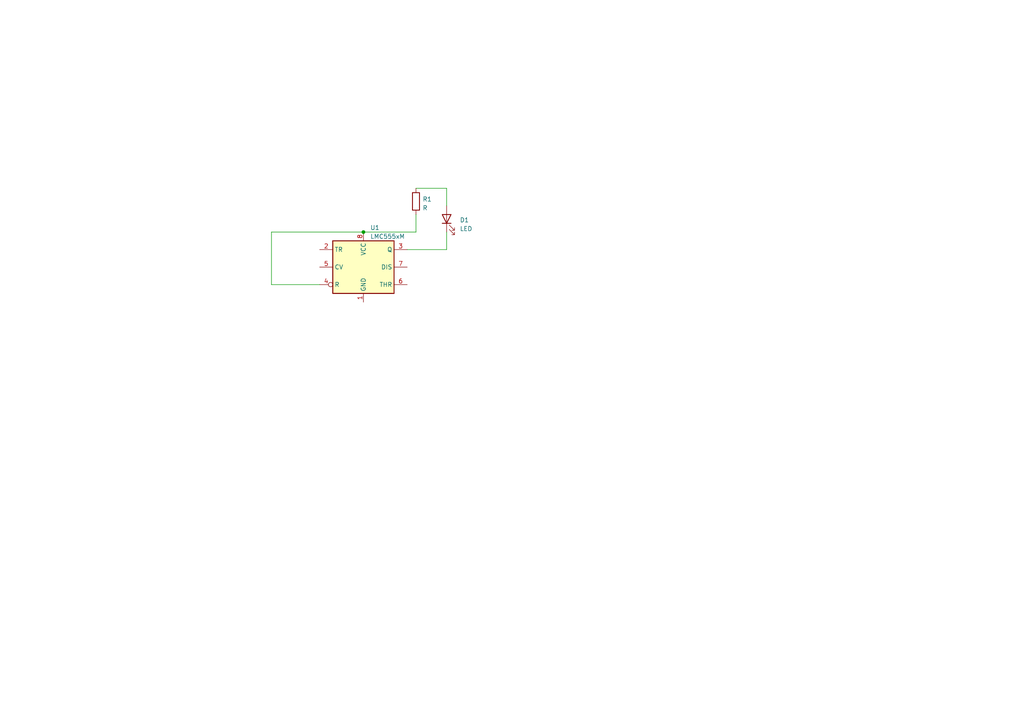
<source format=kicad_sch>
(kicad_sch (version 20231120) (generator "eeschema") (generator_version "8.0")
  (paper "A4")
  (lib_symbols
    (symbol "Device:LED" (pin_numbers hide) (pin_names (offset 1.016) hide)
      (property "Reference" "D" (at 0 2.54 0))
      (property "Value" "LED" (at 0 -2.54 0))
      (symbol "LED_0_1"
        (polyline (pts (xy -1.27 -1.27) (xy -1.27 1.27)) (stroke (width 0.254)))
        (polyline (pts (xy -1.27 0) (xy 1.27 0)))
        (polyline (pts (xy 1.27 -1.27) (xy 1.27 1.27) (xy -1.27 0) (xy 1.27 -1.27)) (stroke (width 0.254)))
        (polyline (pts (xy -3.048 -0.762) (xy -4.572 -2.286) (xy -3.81 -2.286) (xy -4.572 -2.286) (xy -4.572 -1.524)))
        (polyline (pts (xy -1.778 -0.762) (xy -3.302 -2.286) (xy -2.54 -2.286) (xy -3.302 -2.286) (xy -3.302 -1.524)))
      )
      (symbol "LED_1_1"
        (pin passive line (at -3.81 0 0) (length 2.54) (name "K") (number "1"))
        (pin passive line (at 3.81 0 180) (length 2.54) (name "A") (number "2"))
      )
    )
    (symbol "Device:R" (pin_numbers hide) (pin_names (offset 0))
      (property "Reference" "R" (at 2.032 0 90))
      (property "Value" "R" (at 0 0 90))
      (symbol "R_0_1"
        (rectangle (start -1.016 -2.54) (end 1.016 2.54) (stroke (width 0.254)))
      )
      (symbol "R_1_1"
        (pin passive line (at 0 3.81 270) (length 1.27) (name "~") (number "1"))
        (pin passive line (at 0 -3.81 90) (length 1.27) (name "~") (number "2"))
      )
    )
    (symbol "Timer:LMC555xM"
      (property "Reference" "U" (at -10.16 8.89 0))
      (property "Value" "LMC555xM" (at 2.54 8.89 0))
      (symbol "LMC555xM_0_0"
        (pin power_in line (at 0 -10.16 90) (length 2.54) (name "GND") (number "1"))
        (pin power_in line (at 0 10.16 270) (length 2.54) (name "VCC") (number "8"))
      )
      (symbol "LMC555xM_0_1"
        (rectangle (start -8.89 -7.62) (end 8.89 7.62) (stroke (width 0.254)) (fill (type background)))
        (rectangle (start -8.89 -7.62) (end 8.89 7.62) (stroke (width 0.254)) (fill (type background)))
      )
      (symbol "LMC555xM_1_1"
        (pin input line (at -12.7 5.08 0) (length 3.81) (name "TR") (number "2"))
        (pin output line (at 12.7 5.08 180) (length 3.81) (name "Q") (number "3"))
        (pin input inverted (at -12.7 -5.08 0) (length 3.81) (name "R") (number "4"))
        (pin input line (at -12.7 0 0) (length 3.81) (name "CV") (number "5"))
        (pin input line (at 12.7 -5.08 180) (length 3.81) (name "THR") (number "6"))
        (pin input line (at 12.7 0 180) (length 3.81) (name "DIS") (number "7"))
      )
    )
  )
  (junction (at 105.41 67.31))
  (wire (pts (xy 120.65 62.23) (xy 120.65 67.31)))
  (wire (pts (xy 129.54 54.61) (xy 129.54 59.69)))
  (wire (pts (xy 120.65 54.61) (xy 129.54 54.61)))
  (wire (pts (xy 78.74 82.55) (xy 78.74 67.31)))
  (wire (pts (xy 92.71 82.55) (xy 78.74 82.55)))
  (wire (pts (xy 120.65 67.31) (xy 105.41 67.31)))
  (wire (pts (xy 78.74 67.31) (xy 105.41 67.31)))
  (wire (pts (xy 129.54 72.39) (xy 118.11 72.39)))
  (wire (pts (xy 129.54 67.31) (xy 129.54 72.39)))
  (symbol (lib_id "Device:LED") (at 129.54 63.5 90) (unit 1)
    (property "Reference" "D1" (at 133.35 63.8174 90) (effects (justify right)))
    (property "Value" "LED" (at 133.35 66.3574 90) (effects (justify right)))
    (property "Footprint" "LED_SMD:LED_0805_2012Metric" (effects (hide yes)))
    (property "Description" "Light emitting diode" (effects (hide yes)))
  )
  (symbol (lib_id "Timer:LMC555xM") (at 105.41 77.47 0) (unit 1)
    (property "Reference" "U1" (at 107.3659 66.04 0) (effects (justify left)))
    (property "Value" "LMC555xM" (at 107.3659 68.58 0) (effects (justify left)))
    (property "Footprint" "Package_SO:SOIC-8_3.9x4.9mm_P1.27mm" (effects (hide yes)))
    (property "Datasheet" "http://www.ti.com/lit/ds/symlink/lmc555.pdf" (effects (hide yes)))
  )
  (symbol (lib_id "Device:R") (at 120.65 58.42 0) (unit 1)
    (property "Reference" "R1" (at 122.555 57.785 0) (effects (justify left)))
    (property "Value" "R" (at 122.555 60.325 0) (effects (justify left)))
    (property "Footprint" "Resistor_SMD:R_0805_2012Metric" (effects (hide yes)))
  )
)
</source>
